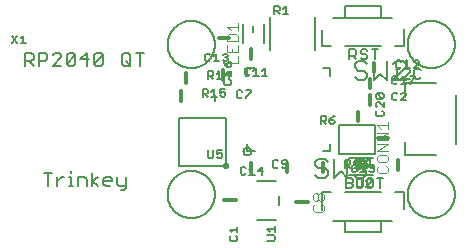
<source format=gbr>
G04 EAGLE Gerber RS-274X export*
G75*
%MOMM*%
%FSLAX34Y34*%
%LPD*%
%INSilkscreen Top*%
%IPPOS*%
%AMOC8*
5,1,8,0,0,1.08239X$1,22.5*%
G01*
%ADD10C,0.152400*%
%ADD11C,0.203200*%
%ADD12C,0.304800*%
%ADD13C,0.076200*%
%ADD14C,0.127000*%
%ADD15R,0.200000X1.000000*%

G36*
X167209Y-42885D02*
X167209Y-42885D01*
X167280Y-42887D01*
X167350Y-42868D01*
X167421Y-42860D01*
X167476Y-42835D01*
X167555Y-42815D01*
X167658Y-42754D01*
X167727Y-42723D01*
X170727Y-40723D01*
X170814Y-40646D01*
X170904Y-40573D01*
X170919Y-40551D01*
X170939Y-40533D01*
X171001Y-40436D01*
X171068Y-40341D01*
X171076Y-40315D01*
X171091Y-40293D01*
X171123Y-40182D01*
X171161Y-40072D01*
X171162Y-40045D01*
X171169Y-40020D01*
X171169Y-39904D01*
X171175Y-39788D01*
X171169Y-39762D01*
X171169Y-39735D01*
X171137Y-39624D01*
X171111Y-39511D01*
X171098Y-39488D01*
X171090Y-39462D01*
X171028Y-39364D01*
X170972Y-39263D01*
X170954Y-39247D01*
X170939Y-39222D01*
X170731Y-39037D01*
X170727Y-39033D01*
X167727Y-37033D01*
X167663Y-37002D01*
X167603Y-36963D01*
X167535Y-36941D01*
X167471Y-36910D01*
X167400Y-36898D01*
X167332Y-36877D01*
X167261Y-36875D01*
X167191Y-36863D01*
X167119Y-36871D01*
X167048Y-36869D01*
X166979Y-36887D01*
X166908Y-36896D01*
X166842Y-36923D01*
X166773Y-36941D01*
X166712Y-36978D01*
X166646Y-37005D01*
X166590Y-37050D01*
X166528Y-37087D01*
X166479Y-37138D01*
X166424Y-37183D01*
X166383Y-37242D01*
X166334Y-37294D01*
X166301Y-37357D01*
X166260Y-37415D01*
X166237Y-37483D01*
X166204Y-37547D01*
X166194Y-37606D01*
X166167Y-37684D01*
X166161Y-37803D01*
X166149Y-37878D01*
X166149Y-41878D01*
X166159Y-41949D01*
X166159Y-42021D01*
X166179Y-42089D01*
X166189Y-42160D01*
X166218Y-42225D01*
X166238Y-42294D01*
X166276Y-42354D01*
X166305Y-42419D01*
X166351Y-42474D01*
X166389Y-42534D01*
X166443Y-42582D01*
X166489Y-42636D01*
X166548Y-42676D01*
X166602Y-42723D01*
X166666Y-42754D01*
X166725Y-42794D01*
X166794Y-42815D01*
X166858Y-42846D01*
X166928Y-42858D01*
X166996Y-42879D01*
X167068Y-42881D01*
X167139Y-42893D01*
X167209Y-42885D01*
G37*
D10*
X156810Y-57912D02*
X156810Y-50031D01*
X160750Y-50031D01*
X162064Y-51345D01*
X162064Y-52658D01*
X160750Y-53972D01*
X162064Y-55285D01*
X162064Y-56599D01*
X160750Y-57912D01*
X156810Y-57912D01*
X156810Y-53972D02*
X160750Y-53972D01*
X166777Y-50031D02*
X169404Y-50031D01*
X166777Y-50031D02*
X165463Y-51345D01*
X165463Y-56599D01*
X166777Y-57912D01*
X169404Y-57912D01*
X170717Y-56599D01*
X170717Y-51345D01*
X169404Y-50031D01*
X175430Y-50031D02*
X178057Y-50031D01*
X175430Y-50031D02*
X174117Y-51345D01*
X174117Y-56599D01*
X175430Y-57912D01*
X178057Y-57912D01*
X179371Y-56599D01*
X179371Y-51345D01*
X178057Y-50031D01*
X185397Y-50031D02*
X185397Y-57912D01*
X182770Y-50031D02*
X188024Y-50031D01*
X159449Y50800D02*
X159449Y59443D01*
X163771Y59443D01*
X165211Y58003D01*
X165211Y55122D01*
X163771Y53681D01*
X159449Y53681D01*
X162330Y53681D02*
X165211Y50800D01*
X173126Y59443D02*
X174567Y58003D01*
X173126Y59443D02*
X170245Y59443D01*
X168804Y58003D01*
X168804Y56562D01*
X170245Y55122D01*
X173126Y55122D01*
X174567Y53681D01*
X174567Y52241D01*
X173126Y50800D01*
X170245Y50800D01*
X168804Y52241D01*
X181041Y50800D02*
X181041Y59443D01*
X178160Y59443D02*
X183922Y59443D01*
D11*
X-115107Y56143D02*
X-115107Y45466D01*
X-115107Y56143D02*
X-109768Y56143D01*
X-107989Y54364D01*
X-107989Y50805D01*
X-109768Y49025D01*
X-115107Y49025D01*
X-111548Y49025D02*
X-107989Y45466D01*
X-103413Y45466D02*
X-103413Y56143D01*
X-98074Y56143D01*
X-96295Y54364D01*
X-96295Y50805D01*
X-98074Y49025D01*
X-103413Y49025D01*
X-91719Y45466D02*
X-84601Y45466D01*
X-91719Y45466D02*
X-84601Y52584D01*
X-84601Y54364D01*
X-86380Y56143D01*
X-89940Y56143D01*
X-91719Y54364D01*
X-80025Y54364D02*
X-80025Y47246D01*
X-80025Y54364D02*
X-78246Y56143D01*
X-74687Y56143D01*
X-72907Y54364D01*
X-72907Y47246D01*
X-74687Y45466D01*
X-78246Y45466D01*
X-80025Y47246D01*
X-72907Y54364D01*
X-62993Y56143D02*
X-62993Y45466D01*
X-68331Y50805D02*
X-62993Y56143D01*
X-61213Y50805D02*
X-68331Y50805D01*
X-56637Y47246D02*
X-56637Y54364D01*
X-54858Y56143D01*
X-51299Y56143D01*
X-49519Y54364D01*
X-49519Y47246D01*
X-51299Y45466D01*
X-54858Y45466D01*
X-56637Y47246D01*
X-49519Y54364D01*
X-33249Y54364D02*
X-33249Y47246D01*
X-33249Y54364D02*
X-31470Y56143D01*
X-27911Y56143D01*
X-26131Y54364D01*
X-26131Y47246D01*
X-27911Y45466D01*
X-31470Y45466D01*
X-33249Y47246D01*
X-29690Y49025D02*
X-26131Y45466D01*
X-17996Y45466D02*
X-17996Y56143D01*
X-21555Y56143D02*
X-14437Y56143D01*
X-95956Y-45457D02*
X-95956Y-56134D01*
X-99515Y-45457D02*
X-92397Y-45457D01*
X-87821Y-49016D02*
X-87821Y-56134D01*
X-87821Y-52575D02*
X-84262Y-49016D01*
X-82482Y-49016D01*
X-78076Y-49016D02*
X-76297Y-49016D01*
X-76297Y-56134D01*
X-78076Y-56134D02*
X-74517Y-56134D01*
X-76297Y-45457D02*
X-76297Y-43677D01*
X-70280Y-49016D02*
X-70280Y-56134D01*
X-70280Y-49016D02*
X-64942Y-49016D01*
X-63162Y-50795D01*
X-63162Y-56134D01*
X-58586Y-56134D02*
X-58586Y-45457D01*
X-58586Y-52575D02*
X-53248Y-56134D01*
X-58586Y-52575D02*
X-53248Y-49016D01*
X-47062Y-56134D02*
X-43503Y-56134D01*
X-47062Y-56134D02*
X-48841Y-54355D01*
X-48841Y-50795D01*
X-47062Y-49016D01*
X-43503Y-49016D01*
X-41723Y-50795D01*
X-41723Y-52575D01*
X-48841Y-52575D01*
X-37147Y-54355D02*
X-37147Y-49016D01*
X-37147Y-54355D02*
X-35368Y-56134D01*
X-30029Y-56134D01*
X-30029Y-57914D02*
X-30029Y-49016D01*
X-30029Y-57914D02*
X-31809Y-59693D01*
X-33588Y-59693D01*
D10*
X198473Y34417D02*
X201355Y34417D01*
X199914Y34417D02*
X199914Y43060D01*
X198473Y43060D02*
X201355Y43060D01*
X204710Y34417D02*
X210472Y34417D01*
X204710Y34417D02*
X210472Y40179D01*
X210472Y41620D01*
X209032Y43060D01*
X206151Y43060D01*
X204710Y41620D01*
X218387Y43060D02*
X219828Y41620D01*
X218387Y43060D02*
X215506Y43060D01*
X214065Y41620D01*
X214065Y35858D01*
X215506Y34417D01*
X218387Y34417D01*
X219828Y35858D01*
D12*
X124460Y-69850D02*
X114300Y-69850D01*
D13*
X128503Y-73476D02*
X130071Y-71909D01*
X128503Y-73476D02*
X128503Y-76612D01*
X130071Y-78179D01*
X136341Y-78179D01*
X137909Y-76612D01*
X137909Y-73476D01*
X136341Y-71909D01*
X130071Y-68824D02*
X128503Y-67257D01*
X128503Y-64121D01*
X130071Y-62554D01*
X131638Y-62554D01*
X133206Y-64121D01*
X134774Y-62554D01*
X136341Y-62554D01*
X137909Y-64121D01*
X137909Y-67257D01*
X136341Y-68824D01*
X134774Y-68824D01*
X133206Y-67257D01*
X131638Y-68824D01*
X130071Y-68824D01*
X133206Y-67257D02*
X133206Y-64121D01*
D12*
X63500Y-68580D02*
X53340Y-68580D01*
D10*
X59008Y-98700D02*
X57906Y-99802D01*
X57906Y-102005D01*
X59008Y-103106D01*
X63414Y-103106D01*
X64516Y-102005D01*
X64516Y-99802D01*
X63414Y-98700D01*
X60110Y-95622D02*
X57906Y-93419D01*
X64516Y-93419D01*
X64516Y-95622D02*
X64516Y-91216D01*
X206460Y-30000D02*
X232460Y-30000D01*
X206460Y-30000D02*
X206460Y-19000D01*
X206460Y19000D02*
X206460Y31000D01*
X232460Y31000D01*
X249460Y21000D02*
X249460Y-21000D01*
D13*
X184241Y-39348D02*
X182673Y-40916D01*
X182673Y-44051D01*
X184241Y-45619D01*
X190511Y-45619D01*
X192079Y-44051D01*
X192079Y-40916D01*
X190511Y-39348D01*
X182673Y-34696D02*
X182673Y-31561D01*
X182673Y-34696D02*
X184241Y-36264D01*
X190511Y-36264D01*
X192079Y-34696D01*
X192079Y-31561D01*
X190511Y-29993D01*
X184241Y-29993D01*
X182673Y-31561D01*
X182673Y-26909D02*
X192079Y-26909D01*
X192079Y-20638D02*
X182673Y-26909D01*
X182673Y-20638D02*
X192079Y-20638D01*
X192079Y-17553D02*
X182673Y-17553D01*
X192079Y-11283D01*
X182673Y-11283D01*
X185808Y-8198D02*
X182673Y-5063D01*
X192079Y-5063D01*
X192079Y-8198D02*
X192079Y-1928D01*
D11*
X96900Y-52080D02*
X80900Y-52080D01*
X80900Y-85080D02*
X96900Y-85080D01*
X99400Y-72580D02*
X99400Y-64580D01*
D10*
X95164Y-102566D02*
X89656Y-102566D01*
X95164Y-102566D02*
X96266Y-101465D01*
X96266Y-99262D01*
X95164Y-98160D01*
X89656Y-98160D01*
X91860Y-95082D02*
X89656Y-92879D01*
X96266Y-92879D01*
X96266Y-95082D02*
X96266Y-90676D01*
X69105Y64390D02*
X69105Y80390D01*
X78105Y79390D02*
X78105Y73890D01*
X87105Y80390D02*
X87105Y64390D01*
D13*
X65024Y47371D02*
X55618Y47371D01*
X65024Y47371D02*
X65024Y53642D01*
X55618Y56726D02*
X55618Y62997D01*
X55618Y56726D02*
X65024Y56726D01*
X65024Y62997D01*
X60321Y59862D02*
X60321Y56726D01*
X55618Y66081D02*
X65024Y66081D01*
X65024Y70784D01*
X63456Y72352D01*
X57186Y72352D01*
X55618Y70784D01*
X55618Y66081D01*
X58753Y75437D02*
X55618Y78572D01*
X65024Y78572D01*
X65024Y75437D02*
X65024Y81707D01*
D14*
X52925Y-39050D02*
X52927Y-38961D01*
X52933Y-38872D01*
X52943Y-38783D01*
X52957Y-38695D01*
X52974Y-38608D01*
X52996Y-38522D01*
X53022Y-38436D01*
X53051Y-38352D01*
X53084Y-38269D01*
X53120Y-38188D01*
X53161Y-38108D01*
X53204Y-38031D01*
X53251Y-37955D01*
X53302Y-37882D01*
X53355Y-37811D01*
X53412Y-37742D01*
X53472Y-37676D01*
X53535Y-37612D01*
X53600Y-37552D01*
X53668Y-37494D01*
X53739Y-37440D01*
X53812Y-37389D01*
X53887Y-37341D01*
X53964Y-37296D01*
X54043Y-37255D01*
X54124Y-37218D01*
X54206Y-37184D01*
X54290Y-37153D01*
X54375Y-37127D01*
X54461Y-37104D01*
X54548Y-37086D01*
X54636Y-37071D01*
X54725Y-37060D01*
X54814Y-37053D01*
X54903Y-37050D01*
X54992Y-37051D01*
X55081Y-37056D01*
X55169Y-37065D01*
X55258Y-37078D01*
X55345Y-37095D01*
X55432Y-37115D01*
X55518Y-37140D01*
X55602Y-37168D01*
X55685Y-37200D01*
X55767Y-37236D01*
X55847Y-37275D01*
X55925Y-37318D01*
X56001Y-37364D01*
X56075Y-37414D01*
X56147Y-37467D01*
X56216Y-37523D01*
X56283Y-37582D01*
X56347Y-37644D01*
X56408Y-37708D01*
X56467Y-37776D01*
X56522Y-37846D01*
X56574Y-37918D01*
X56623Y-37993D01*
X56668Y-38069D01*
X56710Y-38148D01*
X56748Y-38228D01*
X56783Y-38310D01*
X56814Y-38394D01*
X56842Y-38479D01*
X56865Y-38565D01*
X56885Y-38652D01*
X56901Y-38739D01*
X56913Y-38828D01*
X56921Y-38916D01*
X56925Y-39005D01*
X56925Y-39095D01*
X56921Y-39184D01*
X56913Y-39272D01*
X56901Y-39361D01*
X56885Y-39448D01*
X56865Y-39535D01*
X56842Y-39621D01*
X56814Y-39706D01*
X56783Y-39790D01*
X56748Y-39872D01*
X56710Y-39952D01*
X56668Y-40031D01*
X56623Y-40107D01*
X56574Y-40182D01*
X56522Y-40254D01*
X56467Y-40324D01*
X56408Y-40392D01*
X56347Y-40456D01*
X56283Y-40518D01*
X56216Y-40577D01*
X56147Y-40633D01*
X56075Y-40686D01*
X56001Y-40736D01*
X55925Y-40782D01*
X55847Y-40825D01*
X55767Y-40864D01*
X55685Y-40900D01*
X55602Y-40932D01*
X55518Y-40960D01*
X55432Y-40985D01*
X55345Y-41005D01*
X55258Y-41022D01*
X55169Y-41035D01*
X55081Y-41044D01*
X54992Y-41049D01*
X54903Y-41050D01*
X54814Y-41047D01*
X54725Y-41040D01*
X54636Y-41029D01*
X54548Y-41014D01*
X54461Y-40996D01*
X54375Y-40973D01*
X54290Y-40947D01*
X54206Y-40916D01*
X54124Y-40882D01*
X54043Y-40845D01*
X53964Y-40804D01*
X53887Y-40759D01*
X53812Y-40711D01*
X53739Y-40660D01*
X53668Y-40606D01*
X53600Y-40548D01*
X53535Y-40488D01*
X53472Y-40424D01*
X53412Y-40358D01*
X53355Y-40289D01*
X53302Y-40218D01*
X53251Y-40145D01*
X53204Y-40069D01*
X53161Y-39992D01*
X53120Y-39912D01*
X53084Y-39831D01*
X53051Y-39748D01*
X53022Y-39664D01*
X52996Y-39578D01*
X52974Y-39492D01*
X52957Y-39405D01*
X52943Y-39317D01*
X52933Y-39228D01*
X52927Y-39139D01*
X52925Y-39050D01*
X54925Y-39050D02*
X14925Y-39050D01*
X14925Y950D01*
X54925Y950D01*
X54925Y-39050D01*
D10*
X39769Y-31664D02*
X39769Y-26156D01*
X39769Y-31664D02*
X40870Y-32766D01*
X43074Y-32766D01*
X44175Y-31664D01*
X44175Y-26156D01*
X47253Y-26156D02*
X51659Y-26156D01*
X47253Y-26156D02*
X47253Y-29461D01*
X49456Y-28360D01*
X50558Y-28360D01*
X51659Y-29461D01*
X51659Y-31664D01*
X50558Y-32766D01*
X48354Y-32766D01*
X47253Y-31664D01*
D12*
X76200Y-36640D02*
X76200Y-44640D01*
D10*
X98047Y-34538D02*
X99148Y-35640D01*
X98047Y-34538D02*
X95844Y-34538D01*
X94742Y-35640D01*
X94742Y-40046D01*
X95844Y-41148D01*
X98047Y-41148D01*
X99148Y-40046D01*
X102226Y-40046D02*
X103328Y-41148D01*
X105531Y-41148D01*
X106633Y-40046D01*
X106633Y-35640D01*
X105531Y-34538D01*
X103328Y-34538D01*
X102226Y-35640D01*
X102226Y-36742D01*
X103328Y-37843D01*
X106633Y-37843D01*
X69723Y-26872D02*
X69725Y-26756D01*
X69731Y-26641D01*
X69741Y-26525D01*
X69755Y-26410D01*
X69773Y-26296D01*
X69795Y-26182D01*
X69820Y-26069D01*
X69850Y-25957D01*
X69884Y-25847D01*
X69921Y-25737D01*
X69962Y-25629D01*
X70007Y-25522D01*
X70055Y-25417D01*
X70107Y-25313D01*
X70163Y-25212D01*
X70222Y-25112D01*
X70284Y-25015D01*
X70350Y-24919D01*
X70419Y-24826D01*
X70491Y-24736D01*
X70566Y-24648D01*
X70645Y-24563D01*
X70726Y-24480D01*
X70810Y-24400D01*
X70897Y-24323D01*
X70986Y-24250D01*
X71078Y-24179D01*
X71172Y-24112D01*
X71268Y-24048D01*
X71367Y-23987D01*
X71467Y-23930D01*
X71570Y-23876D01*
X71674Y-23825D01*
X71780Y-23779D01*
X71888Y-23736D01*
X71997Y-23697D01*
X72107Y-23661D01*
X72218Y-23630D01*
X72331Y-23602D01*
X72444Y-23578D01*
X72558Y-23558D01*
X72673Y-23542D01*
X72788Y-23530D01*
X72903Y-23522D01*
X73019Y-23518D01*
X73135Y-23518D01*
X73251Y-23522D01*
X73366Y-23530D01*
X73481Y-23542D01*
X73596Y-23558D01*
X73710Y-23578D01*
X73823Y-23602D01*
X73936Y-23630D01*
X74047Y-23661D01*
X74157Y-23697D01*
X74266Y-23736D01*
X74374Y-23779D01*
X74480Y-23825D01*
X74584Y-23876D01*
X74687Y-23930D01*
X74787Y-23987D01*
X74886Y-24048D01*
X74982Y-24112D01*
X75076Y-24179D01*
X75168Y-24250D01*
X75257Y-24323D01*
X75344Y-24400D01*
X75428Y-24480D01*
X75509Y-24563D01*
X75588Y-24648D01*
X75663Y-24736D01*
X75735Y-24826D01*
X75804Y-24919D01*
X75870Y-25015D01*
X75932Y-25112D01*
X75991Y-25212D01*
X76047Y-25313D01*
X76099Y-25417D01*
X76147Y-25522D01*
X76192Y-25629D01*
X76233Y-25737D01*
X76270Y-25847D01*
X76304Y-25957D01*
X76334Y-26069D01*
X76359Y-26182D01*
X76381Y-26296D01*
X76399Y-26410D01*
X76413Y-26525D01*
X76423Y-26641D01*
X76429Y-26756D01*
X76431Y-26872D01*
X76429Y-26988D01*
X76423Y-27103D01*
X76413Y-27219D01*
X76399Y-27334D01*
X76381Y-27448D01*
X76359Y-27562D01*
X76334Y-27675D01*
X76304Y-27787D01*
X76270Y-27897D01*
X76233Y-28007D01*
X76192Y-28115D01*
X76147Y-28222D01*
X76099Y-28327D01*
X76047Y-28431D01*
X75991Y-28532D01*
X75932Y-28632D01*
X75870Y-28729D01*
X75804Y-28825D01*
X75735Y-28918D01*
X75663Y-29008D01*
X75588Y-29096D01*
X75509Y-29181D01*
X75428Y-29264D01*
X75344Y-29344D01*
X75257Y-29421D01*
X75168Y-29494D01*
X75076Y-29565D01*
X74982Y-29632D01*
X74886Y-29696D01*
X74787Y-29757D01*
X74687Y-29814D01*
X74584Y-29868D01*
X74480Y-29919D01*
X74374Y-29965D01*
X74266Y-30008D01*
X74157Y-30047D01*
X74047Y-30083D01*
X73936Y-30114D01*
X73823Y-30142D01*
X73710Y-30166D01*
X73596Y-30186D01*
X73481Y-30202D01*
X73366Y-30214D01*
X73251Y-30222D01*
X73135Y-30226D01*
X73019Y-30226D01*
X72903Y-30222D01*
X72788Y-30214D01*
X72673Y-30202D01*
X72558Y-30186D01*
X72444Y-30166D01*
X72331Y-30142D01*
X72218Y-30114D01*
X72107Y-30083D01*
X71997Y-30047D01*
X71888Y-30008D01*
X71780Y-29965D01*
X71674Y-29919D01*
X71570Y-29868D01*
X71467Y-29814D01*
X71367Y-29757D01*
X71268Y-29696D01*
X71172Y-29632D01*
X71078Y-29565D01*
X70986Y-29494D01*
X70897Y-29421D01*
X70810Y-29344D01*
X70726Y-29264D01*
X70645Y-29181D01*
X70566Y-29096D01*
X70491Y-29008D01*
X70419Y-28918D01*
X70350Y-28825D01*
X70284Y-28729D01*
X70222Y-28632D01*
X70163Y-28532D01*
X70107Y-28431D01*
X70055Y-28327D01*
X70007Y-28222D01*
X69962Y-28115D01*
X69921Y-28007D01*
X69884Y-27897D01*
X69850Y-27787D01*
X69820Y-27675D01*
X69795Y-27562D01*
X69773Y-27448D01*
X69755Y-27334D01*
X69741Y-27219D01*
X69731Y-27103D01*
X69725Y-26988D01*
X69723Y-26872D01*
X73077Y-26872D02*
X79577Y-26872D01*
X73077Y-26872D02*
X73077Y-20872D01*
X73077Y37128D02*
X73077Y43128D01*
X79077Y43128D01*
X143077Y43128D02*
X143077Y37128D01*
X143077Y43128D02*
X137077Y43128D01*
X137077Y-26872D02*
X143077Y-26872D01*
X143077Y-20872D01*
D11*
X45720Y15875D02*
X45720Y20955D01*
D10*
X67567Y24517D02*
X68668Y23415D01*
X67567Y24517D02*
X65364Y24517D01*
X64262Y23415D01*
X64262Y19009D01*
X65364Y17907D01*
X67567Y17907D01*
X68668Y19009D01*
X71746Y24517D02*
X76153Y24517D01*
X76153Y23415D01*
X71746Y19009D01*
X71746Y17907D01*
D12*
X52070Y33465D02*
X52070Y41465D01*
D10*
X73917Y43567D02*
X75018Y42465D01*
X73917Y43567D02*
X71714Y43567D01*
X70612Y42465D01*
X70612Y38059D01*
X71714Y36957D01*
X73917Y36957D01*
X75018Y38059D01*
X78096Y41363D02*
X80299Y43567D01*
X80299Y36957D01*
X78096Y36957D02*
X82503Y36957D01*
X85580Y41363D02*
X87784Y43567D01*
X87784Y36957D01*
X89987Y36957D02*
X85580Y36957D01*
D12*
X180340Y39815D02*
X180340Y47815D01*
D10*
X202187Y49917D02*
X203288Y48815D01*
X202187Y49917D02*
X199984Y49917D01*
X198882Y48815D01*
X198882Y44409D01*
X199984Y43307D01*
X202187Y43307D01*
X203288Y44409D01*
X206366Y47713D02*
X208569Y49917D01*
X208569Y43307D01*
X206366Y43307D02*
X210773Y43307D01*
X213850Y43307D02*
X218257Y43307D01*
X218257Y47713D02*
X213850Y43307D01*
X218257Y47713D02*
X218257Y48815D01*
X217155Y49917D01*
X214952Y49917D01*
X213850Y48815D01*
D12*
X76454Y51245D02*
X76454Y59245D01*
D10*
X41390Y54657D02*
X40288Y55759D01*
X38085Y55759D01*
X36984Y54657D01*
X36984Y50251D01*
X38085Y49149D01*
X40288Y49149D01*
X41390Y50251D01*
X44468Y53555D02*
X46671Y55759D01*
X46671Y49149D01*
X44468Y49149D02*
X48874Y49149D01*
X51952Y54657D02*
X53053Y55759D01*
X55257Y55759D01*
X56358Y54657D01*
X56358Y53555D01*
X55257Y52454D01*
X54155Y52454D01*
X55257Y52454D02*
X56358Y51352D01*
X56358Y50251D01*
X55257Y49149D01*
X53053Y49149D01*
X51952Y50251D01*
D12*
X106680Y-36640D02*
X106680Y-44640D01*
D10*
X71616Y-41228D02*
X70514Y-40126D01*
X68311Y-40126D01*
X67210Y-41228D01*
X67210Y-45634D01*
X68311Y-46736D01*
X70514Y-46736D01*
X71616Y-45634D01*
X74694Y-42330D02*
X76897Y-40126D01*
X76897Y-46736D01*
X74694Y-46736D02*
X79100Y-46736D01*
X85483Y-46736D02*
X85483Y-40126D01*
X82178Y-43431D01*
X86584Y-43431D01*
D12*
X57340Y68580D02*
X49340Y68580D01*
D10*
X53928Y33516D02*
X52826Y32414D01*
X52826Y30211D01*
X53928Y29110D01*
X58334Y29110D01*
X59436Y30211D01*
X59436Y32414D01*
X58334Y33516D01*
X55030Y36594D02*
X52826Y38797D01*
X59436Y38797D01*
X59436Y36594D02*
X59436Y41000D01*
X53928Y46281D02*
X52826Y48484D01*
X53928Y46281D02*
X56131Y44078D01*
X58334Y44078D01*
X59436Y45179D01*
X59436Y47383D01*
X58334Y48484D01*
X57233Y48484D01*
X56131Y47383D01*
X56131Y44078D01*
D12*
X177165Y34480D02*
X177165Y26480D01*
D10*
X199012Y36582D02*
X200113Y35480D01*
X199012Y36582D02*
X196809Y36582D01*
X195707Y35480D01*
X195707Y31074D01*
X196809Y29972D01*
X199012Y29972D01*
X200113Y31074D01*
X203191Y34378D02*
X205394Y36582D01*
X205394Y29972D01*
X203191Y29972D02*
X207598Y29972D01*
X210675Y36582D02*
X215082Y36582D01*
X215082Y35480D01*
X210675Y31074D01*
X210675Y29972D01*
D12*
X20955Y30925D02*
X20955Y38925D01*
D10*
X39497Y41027D02*
X39497Y34417D01*
X39497Y41027D02*
X42802Y41027D01*
X43903Y39925D01*
X43903Y37722D01*
X42802Y36620D01*
X39497Y36620D01*
X41700Y36620D02*
X43903Y34417D01*
X46981Y38823D02*
X49184Y41027D01*
X49184Y34417D01*
X46981Y34417D02*
X51388Y34417D01*
X57770Y34417D02*
X57770Y41027D01*
X54465Y37722D01*
X58872Y37722D01*
D12*
X16510Y23685D02*
X16510Y15685D01*
D10*
X35052Y19177D02*
X35052Y25787D01*
X38357Y25787D01*
X39458Y24685D01*
X39458Y22482D01*
X38357Y21380D01*
X35052Y21380D01*
X37255Y21380D02*
X39458Y19177D01*
X42536Y23583D02*
X44739Y25787D01*
X44739Y19177D01*
X42536Y19177D02*
X46943Y19177D01*
X50020Y25787D02*
X54427Y25787D01*
X50020Y25787D02*
X50020Y22482D01*
X52224Y23583D01*
X53325Y23583D01*
X54427Y22482D01*
X54427Y20279D01*
X53325Y19177D01*
X51122Y19177D01*
X50020Y20279D01*
D12*
X137160Y-36640D02*
X137160Y-44640D01*
D10*
X155702Y-41148D02*
X155702Y-34538D01*
X159007Y-34538D01*
X160108Y-35640D01*
X160108Y-37843D01*
X159007Y-38945D01*
X155702Y-38945D01*
X157905Y-38945D02*
X160108Y-41148D01*
X163186Y-36742D02*
X165389Y-34538D01*
X165389Y-41148D01*
X163186Y-41148D02*
X167593Y-41148D01*
X172874Y-35640D02*
X175077Y-34538D01*
X172874Y-35640D02*
X170670Y-37843D01*
X170670Y-40046D01*
X171772Y-41148D01*
X173975Y-41148D01*
X175077Y-40046D01*
X175077Y-38945D01*
X173975Y-37843D01*
X170670Y-37843D01*
D14*
X180735Y-29645D02*
X150735Y-29645D01*
X150735Y-4645D01*
X180735Y-4645D01*
X180735Y-29645D01*
D10*
X166849Y-33181D02*
X166849Y-34283D01*
X169052Y-36486D01*
X171255Y-34283D01*
X171255Y-33181D01*
X169052Y-36486D02*
X169052Y-39791D01*
X174333Y-35385D02*
X176536Y-33181D01*
X176536Y-39791D01*
X174333Y-39791D02*
X178739Y-39791D01*
D12*
X200660Y-42735D02*
X200660Y-34735D01*
D10*
X165596Y-39323D02*
X164494Y-38221D01*
X162291Y-38221D01*
X161190Y-39323D01*
X161190Y-43729D01*
X162291Y-44831D01*
X164494Y-44831D01*
X165596Y-43729D01*
X168674Y-40425D02*
X170877Y-38221D01*
X170877Y-44831D01*
X168674Y-44831D02*
X173080Y-44831D01*
X176158Y-43729D02*
X177259Y-44831D01*
X179463Y-44831D01*
X180564Y-43729D01*
X180564Y-39323D01*
X179463Y-38221D01*
X177259Y-38221D01*
X176158Y-39323D01*
X176158Y-40425D01*
X177259Y-41526D01*
X180564Y-41526D01*
D12*
X183960Y-15875D02*
X191960Y-15875D01*
D10*
X181858Y5972D02*
X182960Y7073D01*
X181858Y5972D02*
X181858Y3769D01*
X182960Y2667D01*
X187366Y2667D01*
X188468Y3769D01*
X188468Y5972D01*
X187366Y7073D01*
X188468Y10151D02*
X188468Y14558D01*
X184062Y14558D02*
X188468Y10151D01*
X184062Y14558D02*
X182960Y14558D01*
X181858Y13456D01*
X181858Y11253D01*
X182960Y10151D01*
X182960Y17635D02*
X187366Y17635D01*
X182960Y17635D02*
X181858Y18737D01*
X181858Y20940D01*
X182960Y22042D01*
X187366Y22042D01*
X188468Y20940D01*
X188468Y18737D01*
X187366Y17635D01*
X182960Y22042D01*
D12*
X167005Y6540D02*
X167005Y-1460D01*
D10*
X135019Y-3556D02*
X135019Y3054D01*
X138324Y3054D01*
X139425Y1952D01*
X139425Y-251D01*
X138324Y-1353D01*
X135019Y-1353D01*
X137222Y-1353D02*
X139425Y-3556D01*
X144706Y1952D02*
X146909Y3054D01*
X144706Y1952D02*
X142503Y-251D01*
X142503Y-2454D01*
X143604Y-3556D01*
X145808Y-3556D01*
X146909Y-2454D01*
X146909Y-1353D01*
X145808Y-251D01*
X142503Y-251D01*
D11*
X159164Y-46878D02*
X179164Y-46878D01*
X179164Y-32878D02*
X159164Y-32878D01*
X165664Y-43878D02*
X171664Y-39878D01*
X165664Y-43878D02*
X165664Y-35878D01*
X171664Y-39878D01*
D15*
X172664Y-39878D03*
D10*
X165958Y-50634D02*
X165958Y-57244D01*
X169263Y-57244D01*
X170364Y-56142D01*
X170364Y-51736D01*
X169263Y-50634D01*
X165958Y-50634D01*
X173442Y-57244D02*
X177848Y-57244D01*
X173442Y-57244D02*
X177848Y-52838D01*
X177848Y-51736D01*
X176747Y-50634D01*
X174543Y-50634D01*
X173442Y-51736D01*
D12*
X177165Y12510D02*
X177165Y20510D01*
D10*
X199012Y22612D02*
X200113Y21510D01*
X199012Y22612D02*
X196809Y22612D01*
X195707Y21510D01*
X195707Y17104D01*
X196809Y16002D01*
X199012Y16002D01*
X200113Y17104D01*
X203191Y16002D02*
X207598Y16002D01*
X207598Y20408D02*
X203191Y16002D01*
X207598Y20408D02*
X207598Y21510D01*
X206496Y22612D01*
X204293Y22612D01*
X203191Y21510D01*
X-121832Y64262D02*
X-126238Y70872D01*
X-121832Y70872D02*
X-126238Y64262D01*
X-118754Y68668D02*
X-116551Y70872D01*
X-116551Y64262D01*
X-118754Y64262D02*
X-114347Y64262D01*
D11*
X5400Y63500D02*
X5406Y63991D01*
X5424Y64481D01*
X5454Y64971D01*
X5496Y65460D01*
X5550Y65948D01*
X5616Y66435D01*
X5694Y66919D01*
X5784Y67402D01*
X5886Y67882D01*
X5999Y68360D01*
X6124Y68834D01*
X6261Y69306D01*
X6409Y69774D01*
X6569Y70238D01*
X6740Y70698D01*
X6922Y71154D01*
X7116Y71605D01*
X7320Y72051D01*
X7536Y72492D01*
X7762Y72928D01*
X7998Y73358D01*
X8245Y73782D01*
X8503Y74200D01*
X8771Y74611D01*
X9048Y75016D01*
X9336Y75414D01*
X9633Y75805D01*
X9940Y76188D01*
X10256Y76563D01*
X10581Y76931D01*
X10915Y77291D01*
X11258Y77642D01*
X11609Y77985D01*
X11969Y78319D01*
X12337Y78644D01*
X12712Y78960D01*
X13095Y79267D01*
X13486Y79564D01*
X13884Y79852D01*
X14289Y80129D01*
X14700Y80397D01*
X15118Y80655D01*
X15542Y80902D01*
X15972Y81138D01*
X16408Y81364D01*
X16849Y81580D01*
X17295Y81784D01*
X17746Y81978D01*
X18202Y82160D01*
X18662Y82331D01*
X19126Y82491D01*
X19594Y82639D01*
X20066Y82776D01*
X20540Y82901D01*
X21018Y83014D01*
X21498Y83116D01*
X21981Y83206D01*
X22465Y83284D01*
X22952Y83350D01*
X23440Y83404D01*
X23929Y83446D01*
X24419Y83476D01*
X24909Y83494D01*
X25400Y83500D01*
X25891Y83494D01*
X26381Y83476D01*
X26871Y83446D01*
X27360Y83404D01*
X27848Y83350D01*
X28335Y83284D01*
X28819Y83206D01*
X29302Y83116D01*
X29782Y83014D01*
X30260Y82901D01*
X30734Y82776D01*
X31206Y82639D01*
X31674Y82491D01*
X32138Y82331D01*
X32598Y82160D01*
X33054Y81978D01*
X33505Y81784D01*
X33951Y81580D01*
X34392Y81364D01*
X34828Y81138D01*
X35258Y80902D01*
X35682Y80655D01*
X36100Y80397D01*
X36511Y80129D01*
X36916Y79852D01*
X37314Y79564D01*
X37705Y79267D01*
X38088Y78960D01*
X38463Y78644D01*
X38831Y78319D01*
X39191Y77985D01*
X39542Y77642D01*
X39885Y77291D01*
X40219Y76931D01*
X40544Y76563D01*
X40860Y76188D01*
X41167Y75805D01*
X41464Y75414D01*
X41752Y75016D01*
X42029Y74611D01*
X42297Y74200D01*
X42555Y73782D01*
X42802Y73358D01*
X43038Y72928D01*
X43264Y72492D01*
X43480Y72051D01*
X43684Y71605D01*
X43878Y71154D01*
X44060Y70698D01*
X44231Y70238D01*
X44391Y69774D01*
X44539Y69306D01*
X44676Y68834D01*
X44801Y68360D01*
X44914Y67882D01*
X45016Y67402D01*
X45106Y66919D01*
X45184Y66435D01*
X45250Y65948D01*
X45304Y65460D01*
X45346Y64971D01*
X45376Y64481D01*
X45394Y63991D01*
X45400Y63500D01*
X45394Y63009D01*
X45376Y62519D01*
X45346Y62029D01*
X45304Y61540D01*
X45250Y61052D01*
X45184Y60565D01*
X45106Y60081D01*
X45016Y59598D01*
X44914Y59118D01*
X44801Y58640D01*
X44676Y58166D01*
X44539Y57694D01*
X44391Y57226D01*
X44231Y56762D01*
X44060Y56302D01*
X43878Y55846D01*
X43684Y55395D01*
X43480Y54949D01*
X43264Y54508D01*
X43038Y54072D01*
X42802Y53642D01*
X42555Y53218D01*
X42297Y52800D01*
X42029Y52389D01*
X41752Y51984D01*
X41464Y51586D01*
X41167Y51195D01*
X40860Y50812D01*
X40544Y50437D01*
X40219Y50069D01*
X39885Y49709D01*
X39542Y49358D01*
X39191Y49015D01*
X38831Y48681D01*
X38463Y48356D01*
X38088Y48040D01*
X37705Y47733D01*
X37314Y47436D01*
X36916Y47148D01*
X36511Y46871D01*
X36100Y46603D01*
X35682Y46345D01*
X35258Y46098D01*
X34828Y45862D01*
X34392Y45636D01*
X33951Y45420D01*
X33505Y45216D01*
X33054Y45022D01*
X32598Y44840D01*
X32138Y44669D01*
X31674Y44509D01*
X31206Y44361D01*
X30734Y44224D01*
X30260Y44099D01*
X29782Y43986D01*
X29302Y43884D01*
X28819Y43794D01*
X28335Y43716D01*
X27848Y43650D01*
X27360Y43596D01*
X26871Y43554D01*
X26381Y43524D01*
X25891Y43506D01*
X25400Y43500D01*
X24909Y43506D01*
X24419Y43524D01*
X23929Y43554D01*
X23440Y43596D01*
X22952Y43650D01*
X22465Y43716D01*
X21981Y43794D01*
X21498Y43884D01*
X21018Y43986D01*
X20540Y44099D01*
X20066Y44224D01*
X19594Y44361D01*
X19126Y44509D01*
X18662Y44669D01*
X18202Y44840D01*
X17746Y45022D01*
X17295Y45216D01*
X16849Y45420D01*
X16408Y45636D01*
X15972Y45862D01*
X15542Y46098D01*
X15118Y46345D01*
X14700Y46603D01*
X14289Y46871D01*
X13884Y47148D01*
X13486Y47436D01*
X13095Y47733D01*
X12712Y48040D01*
X12337Y48356D01*
X11969Y48681D01*
X11609Y49015D01*
X11258Y49358D01*
X10915Y49709D01*
X10581Y50069D01*
X10256Y50437D01*
X9940Y50812D01*
X9633Y51195D01*
X9336Y51586D01*
X9048Y51984D01*
X8771Y52389D01*
X8503Y52800D01*
X8245Y53218D01*
X7998Y53642D01*
X7762Y54072D01*
X7536Y54508D01*
X7320Y54949D01*
X7116Y55395D01*
X6922Y55846D01*
X6740Y56302D01*
X6569Y56762D01*
X6409Y57226D01*
X6261Y57694D01*
X6124Y58166D01*
X5999Y58640D01*
X5886Y59118D01*
X5784Y59598D01*
X5694Y60081D01*
X5616Y60565D01*
X5550Y61052D01*
X5496Y61540D01*
X5454Y62029D01*
X5424Y62519D01*
X5406Y63009D01*
X5400Y63500D01*
X5400Y-63500D02*
X5406Y-63009D01*
X5424Y-62519D01*
X5454Y-62029D01*
X5496Y-61540D01*
X5550Y-61052D01*
X5616Y-60565D01*
X5694Y-60081D01*
X5784Y-59598D01*
X5886Y-59118D01*
X5999Y-58640D01*
X6124Y-58166D01*
X6261Y-57694D01*
X6409Y-57226D01*
X6569Y-56762D01*
X6740Y-56302D01*
X6922Y-55846D01*
X7116Y-55395D01*
X7320Y-54949D01*
X7536Y-54508D01*
X7762Y-54072D01*
X7998Y-53642D01*
X8245Y-53218D01*
X8503Y-52800D01*
X8771Y-52389D01*
X9048Y-51984D01*
X9336Y-51586D01*
X9633Y-51195D01*
X9940Y-50812D01*
X10256Y-50437D01*
X10581Y-50069D01*
X10915Y-49709D01*
X11258Y-49358D01*
X11609Y-49015D01*
X11969Y-48681D01*
X12337Y-48356D01*
X12712Y-48040D01*
X13095Y-47733D01*
X13486Y-47436D01*
X13884Y-47148D01*
X14289Y-46871D01*
X14700Y-46603D01*
X15118Y-46345D01*
X15542Y-46098D01*
X15972Y-45862D01*
X16408Y-45636D01*
X16849Y-45420D01*
X17295Y-45216D01*
X17746Y-45022D01*
X18202Y-44840D01*
X18662Y-44669D01*
X19126Y-44509D01*
X19594Y-44361D01*
X20066Y-44224D01*
X20540Y-44099D01*
X21018Y-43986D01*
X21498Y-43884D01*
X21981Y-43794D01*
X22465Y-43716D01*
X22952Y-43650D01*
X23440Y-43596D01*
X23929Y-43554D01*
X24419Y-43524D01*
X24909Y-43506D01*
X25400Y-43500D01*
X25891Y-43506D01*
X26381Y-43524D01*
X26871Y-43554D01*
X27360Y-43596D01*
X27848Y-43650D01*
X28335Y-43716D01*
X28819Y-43794D01*
X29302Y-43884D01*
X29782Y-43986D01*
X30260Y-44099D01*
X30734Y-44224D01*
X31206Y-44361D01*
X31674Y-44509D01*
X32138Y-44669D01*
X32598Y-44840D01*
X33054Y-45022D01*
X33505Y-45216D01*
X33951Y-45420D01*
X34392Y-45636D01*
X34828Y-45862D01*
X35258Y-46098D01*
X35682Y-46345D01*
X36100Y-46603D01*
X36511Y-46871D01*
X36916Y-47148D01*
X37314Y-47436D01*
X37705Y-47733D01*
X38088Y-48040D01*
X38463Y-48356D01*
X38831Y-48681D01*
X39191Y-49015D01*
X39542Y-49358D01*
X39885Y-49709D01*
X40219Y-50069D01*
X40544Y-50437D01*
X40860Y-50812D01*
X41167Y-51195D01*
X41464Y-51586D01*
X41752Y-51984D01*
X42029Y-52389D01*
X42297Y-52800D01*
X42555Y-53218D01*
X42802Y-53642D01*
X43038Y-54072D01*
X43264Y-54508D01*
X43480Y-54949D01*
X43684Y-55395D01*
X43878Y-55846D01*
X44060Y-56302D01*
X44231Y-56762D01*
X44391Y-57226D01*
X44539Y-57694D01*
X44676Y-58166D01*
X44801Y-58640D01*
X44914Y-59118D01*
X45016Y-59598D01*
X45106Y-60081D01*
X45184Y-60565D01*
X45250Y-61052D01*
X45304Y-61540D01*
X45346Y-62029D01*
X45376Y-62519D01*
X45394Y-63009D01*
X45400Y-63500D01*
X45394Y-63991D01*
X45376Y-64481D01*
X45346Y-64971D01*
X45304Y-65460D01*
X45250Y-65948D01*
X45184Y-66435D01*
X45106Y-66919D01*
X45016Y-67402D01*
X44914Y-67882D01*
X44801Y-68360D01*
X44676Y-68834D01*
X44539Y-69306D01*
X44391Y-69774D01*
X44231Y-70238D01*
X44060Y-70698D01*
X43878Y-71154D01*
X43684Y-71605D01*
X43480Y-72051D01*
X43264Y-72492D01*
X43038Y-72928D01*
X42802Y-73358D01*
X42555Y-73782D01*
X42297Y-74200D01*
X42029Y-74611D01*
X41752Y-75016D01*
X41464Y-75414D01*
X41167Y-75805D01*
X40860Y-76188D01*
X40544Y-76563D01*
X40219Y-76931D01*
X39885Y-77291D01*
X39542Y-77642D01*
X39191Y-77985D01*
X38831Y-78319D01*
X38463Y-78644D01*
X38088Y-78960D01*
X37705Y-79267D01*
X37314Y-79564D01*
X36916Y-79852D01*
X36511Y-80129D01*
X36100Y-80397D01*
X35682Y-80655D01*
X35258Y-80902D01*
X34828Y-81138D01*
X34392Y-81364D01*
X33951Y-81580D01*
X33505Y-81784D01*
X33054Y-81978D01*
X32598Y-82160D01*
X32138Y-82331D01*
X31674Y-82491D01*
X31206Y-82639D01*
X30734Y-82776D01*
X30260Y-82901D01*
X29782Y-83014D01*
X29302Y-83116D01*
X28819Y-83206D01*
X28335Y-83284D01*
X27848Y-83350D01*
X27360Y-83404D01*
X26871Y-83446D01*
X26381Y-83476D01*
X25891Y-83494D01*
X25400Y-83500D01*
X24909Y-83494D01*
X24419Y-83476D01*
X23929Y-83446D01*
X23440Y-83404D01*
X22952Y-83350D01*
X22465Y-83284D01*
X21981Y-83206D01*
X21498Y-83116D01*
X21018Y-83014D01*
X20540Y-82901D01*
X20066Y-82776D01*
X19594Y-82639D01*
X19126Y-82491D01*
X18662Y-82331D01*
X18202Y-82160D01*
X17746Y-81978D01*
X17295Y-81784D01*
X16849Y-81580D01*
X16408Y-81364D01*
X15972Y-81138D01*
X15542Y-80902D01*
X15118Y-80655D01*
X14700Y-80397D01*
X14289Y-80129D01*
X13884Y-79852D01*
X13486Y-79564D01*
X13095Y-79267D01*
X12712Y-78960D01*
X12337Y-78644D01*
X11969Y-78319D01*
X11609Y-77985D01*
X11258Y-77642D01*
X10915Y-77291D01*
X10581Y-76931D01*
X10256Y-76563D01*
X9940Y-76188D01*
X9633Y-75805D01*
X9336Y-75414D01*
X9048Y-75016D01*
X8771Y-74611D01*
X8503Y-74200D01*
X8245Y-73782D01*
X7998Y-73358D01*
X7762Y-72928D01*
X7536Y-72492D01*
X7320Y-72051D01*
X7116Y-71605D01*
X6922Y-71154D01*
X6740Y-70698D01*
X6569Y-70238D01*
X6409Y-69774D01*
X6261Y-69306D01*
X6124Y-68834D01*
X5999Y-68360D01*
X5886Y-67882D01*
X5784Y-67402D01*
X5694Y-66919D01*
X5616Y-66435D01*
X5550Y-65948D01*
X5496Y-65460D01*
X5454Y-64971D01*
X5424Y-64481D01*
X5406Y-63991D01*
X5400Y-63500D01*
X208600Y-63500D02*
X208606Y-63009D01*
X208624Y-62519D01*
X208654Y-62029D01*
X208696Y-61540D01*
X208750Y-61052D01*
X208816Y-60565D01*
X208894Y-60081D01*
X208984Y-59598D01*
X209086Y-59118D01*
X209199Y-58640D01*
X209324Y-58166D01*
X209461Y-57694D01*
X209609Y-57226D01*
X209769Y-56762D01*
X209940Y-56302D01*
X210122Y-55846D01*
X210316Y-55395D01*
X210520Y-54949D01*
X210736Y-54508D01*
X210962Y-54072D01*
X211198Y-53642D01*
X211445Y-53218D01*
X211703Y-52800D01*
X211971Y-52389D01*
X212248Y-51984D01*
X212536Y-51586D01*
X212833Y-51195D01*
X213140Y-50812D01*
X213456Y-50437D01*
X213781Y-50069D01*
X214115Y-49709D01*
X214458Y-49358D01*
X214809Y-49015D01*
X215169Y-48681D01*
X215537Y-48356D01*
X215912Y-48040D01*
X216295Y-47733D01*
X216686Y-47436D01*
X217084Y-47148D01*
X217489Y-46871D01*
X217900Y-46603D01*
X218318Y-46345D01*
X218742Y-46098D01*
X219172Y-45862D01*
X219608Y-45636D01*
X220049Y-45420D01*
X220495Y-45216D01*
X220946Y-45022D01*
X221402Y-44840D01*
X221862Y-44669D01*
X222326Y-44509D01*
X222794Y-44361D01*
X223266Y-44224D01*
X223740Y-44099D01*
X224218Y-43986D01*
X224698Y-43884D01*
X225181Y-43794D01*
X225665Y-43716D01*
X226152Y-43650D01*
X226640Y-43596D01*
X227129Y-43554D01*
X227619Y-43524D01*
X228109Y-43506D01*
X228600Y-43500D01*
X229091Y-43506D01*
X229581Y-43524D01*
X230071Y-43554D01*
X230560Y-43596D01*
X231048Y-43650D01*
X231535Y-43716D01*
X232019Y-43794D01*
X232502Y-43884D01*
X232982Y-43986D01*
X233460Y-44099D01*
X233934Y-44224D01*
X234406Y-44361D01*
X234874Y-44509D01*
X235338Y-44669D01*
X235798Y-44840D01*
X236254Y-45022D01*
X236705Y-45216D01*
X237151Y-45420D01*
X237592Y-45636D01*
X238028Y-45862D01*
X238458Y-46098D01*
X238882Y-46345D01*
X239300Y-46603D01*
X239711Y-46871D01*
X240116Y-47148D01*
X240514Y-47436D01*
X240905Y-47733D01*
X241288Y-48040D01*
X241663Y-48356D01*
X242031Y-48681D01*
X242391Y-49015D01*
X242742Y-49358D01*
X243085Y-49709D01*
X243419Y-50069D01*
X243744Y-50437D01*
X244060Y-50812D01*
X244367Y-51195D01*
X244664Y-51586D01*
X244952Y-51984D01*
X245229Y-52389D01*
X245497Y-52800D01*
X245755Y-53218D01*
X246002Y-53642D01*
X246238Y-54072D01*
X246464Y-54508D01*
X246680Y-54949D01*
X246884Y-55395D01*
X247078Y-55846D01*
X247260Y-56302D01*
X247431Y-56762D01*
X247591Y-57226D01*
X247739Y-57694D01*
X247876Y-58166D01*
X248001Y-58640D01*
X248114Y-59118D01*
X248216Y-59598D01*
X248306Y-60081D01*
X248384Y-60565D01*
X248450Y-61052D01*
X248504Y-61540D01*
X248546Y-62029D01*
X248576Y-62519D01*
X248594Y-63009D01*
X248600Y-63500D01*
X248594Y-63991D01*
X248576Y-64481D01*
X248546Y-64971D01*
X248504Y-65460D01*
X248450Y-65948D01*
X248384Y-66435D01*
X248306Y-66919D01*
X248216Y-67402D01*
X248114Y-67882D01*
X248001Y-68360D01*
X247876Y-68834D01*
X247739Y-69306D01*
X247591Y-69774D01*
X247431Y-70238D01*
X247260Y-70698D01*
X247078Y-71154D01*
X246884Y-71605D01*
X246680Y-72051D01*
X246464Y-72492D01*
X246238Y-72928D01*
X246002Y-73358D01*
X245755Y-73782D01*
X245497Y-74200D01*
X245229Y-74611D01*
X244952Y-75016D01*
X244664Y-75414D01*
X244367Y-75805D01*
X244060Y-76188D01*
X243744Y-76563D01*
X243419Y-76931D01*
X243085Y-77291D01*
X242742Y-77642D01*
X242391Y-77985D01*
X242031Y-78319D01*
X241663Y-78644D01*
X241288Y-78960D01*
X240905Y-79267D01*
X240514Y-79564D01*
X240116Y-79852D01*
X239711Y-80129D01*
X239300Y-80397D01*
X238882Y-80655D01*
X238458Y-80902D01*
X238028Y-81138D01*
X237592Y-81364D01*
X237151Y-81580D01*
X236705Y-81784D01*
X236254Y-81978D01*
X235798Y-82160D01*
X235338Y-82331D01*
X234874Y-82491D01*
X234406Y-82639D01*
X233934Y-82776D01*
X233460Y-82901D01*
X232982Y-83014D01*
X232502Y-83116D01*
X232019Y-83206D01*
X231535Y-83284D01*
X231048Y-83350D01*
X230560Y-83404D01*
X230071Y-83446D01*
X229581Y-83476D01*
X229091Y-83494D01*
X228600Y-83500D01*
X228109Y-83494D01*
X227619Y-83476D01*
X227129Y-83446D01*
X226640Y-83404D01*
X226152Y-83350D01*
X225665Y-83284D01*
X225181Y-83206D01*
X224698Y-83116D01*
X224218Y-83014D01*
X223740Y-82901D01*
X223266Y-82776D01*
X222794Y-82639D01*
X222326Y-82491D01*
X221862Y-82331D01*
X221402Y-82160D01*
X220946Y-81978D01*
X220495Y-81784D01*
X220049Y-81580D01*
X219608Y-81364D01*
X219172Y-81138D01*
X218742Y-80902D01*
X218318Y-80655D01*
X217900Y-80397D01*
X217489Y-80129D01*
X217084Y-79852D01*
X216686Y-79564D01*
X216295Y-79267D01*
X215912Y-78960D01*
X215537Y-78644D01*
X215169Y-78319D01*
X214809Y-77985D01*
X214458Y-77642D01*
X214115Y-77291D01*
X213781Y-76931D01*
X213456Y-76563D01*
X213140Y-76188D01*
X212833Y-75805D01*
X212536Y-75414D01*
X212248Y-75016D01*
X211971Y-74611D01*
X211703Y-74200D01*
X211445Y-73782D01*
X211198Y-73358D01*
X210962Y-72928D01*
X210736Y-72492D01*
X210520Y-72051D01*
X210316Y-71605D01*
X210122Y-71154D01*
X209940Y-70698D01*
X209769Y-70238D01*
X209609Y-69774D01*
X209461Y-69306D01*
X209324Y-68834D01*
X209199Y-68360D01*
X209086Y-67882D01*
X208984Y-67402D01*
X208894Y-66919D01*
X208816Y-66435D01*
X208750Y-65948D01*
X208696Y-65460D01*
X208654Y-64971D01*
X208624Y-64481D01*
X208606Y-63991D01*
X208600Y-63500D01*
X208600Y63500D02*
X208606Y63991D01*
X208624Y64481D01*
X208654Y64971D01*
X208696Y65460D01*
X208750Y65948D01*
X208816Y66435D01*
X208894Y66919D01*
X208984Y67402D01*
X209086Y67882D01*
X209199Y68360D01*
X209324Y68834D01*
X209461Y69306D01*
X209609Y69774D01*
X209769Y70238D01*
X209940Y70698D01*
X210122Y71154D01*
X210316Y71605D01*
X210520Y72051D01*
X210736Y72492D01*
X210962Y72928D01*
X211198Y73358D01*
X211445Y73782D01*
X211703Y74200D01*
X211971Y74611D01*
X212248Y75016D01*
X212536Y75414D01*
X212833Y75805D01*
X213140Y76188D01*
X213456Y76563D01*
X213781Y76931D01*
X214115Y77291D01*
X214458Y77642D01*
X214809Y77985D01*
X215169Y78319D01*
X215537Y78644D01*
X215912Y78960D01*
X216295Y79267D01*
X216686Y79564D01*
X217084Y79852D01*
X217489Y80129D01*
X217900Y80397D01*
X218318Y80655D01*
X218742Y80902D01*
X219172Y81138D01*
X219608Y81364D01*
X220049Y81580D01*
X220495Y81784D01*
X220946Y81978D01*
X221402Y82160D01*
X221862Y82331D01*
X222326Y82491D01*
X222794Y82639D01*
X223266Y82776D01*
X223740Y82901D01*
X224218Y83014D01*
X224698Y83116D01*
X225181Y83206D01*
X225665Y83284D01*
X226152Y83350D01*
X226640Y83404D01*
X227129Y83446D01*
X227619Y83476D01*
X228109Y83494D01*
X228600Y83500D01*
X229091Y83494D01*
X229581Y83476D01*
X230071Y83446D01*
X230560Y83404D01*
X231048Y83350D01*
X231535Y83284D01*
X232019Y83206D01*
X232502Y83116D01*
X232982Y83014D01*
X233460Y82901D01*
X233934Y82776D01*
X234406Y82639D01*
X234874Y82491D01*
X235338Y82331D01*
X235798Y82160D01*
X236254Y81978D01*
X236705Y81784D01*
X237151Y81580D01*
X237592Y81364D01*
X238028Y81138D01*
X238458Y80902D01*
X238882Y80655D01*
X239300Y80397D01*
X239711Y80129D01*
X240116Y79852D01*
X240514Y79564D01*
X240905Y79267D01*
X241288Y78960D01*
X241663Y78644D01*
X242031Y78319D01*
X242391Y77985D01*
X242742Y77642D01*
X243085Y77291D01*
X243419Y76931D01*
X243744Y76563D01*
X244060Y76188D01*
X244367Y75805D01*
X244664Y75414D01*
X244952Y75016D01*
X245229Y74611D01*
X245497Y74200D01*
X245755Y73782D01*
X246002Y73358D01*
X246238Y72928D01*
X246464Y72492D01*
X246680Y72051D01*
X246884Y71605D01*
X247078Y71154D01*
X247260Y70698D01*
X247431Y70238D01*
X247591Y69774D01*
X247739Y69306D01*
X247876Y68834D01*
X248001Y68360D01*
X248114Y67882D01*
X248216Y67402D01*
X248306Y66919D01*
X248384Y66435D01*
X248450Y65948D01*
X248504Y65460D01*
X248546Y64971D01*
X248576Y64481D01*
X248594Y63991D01*
X248600Y63500D01*
X248594Y63009D01*
X248576Y62519D01*
X248546Y62029D01*
X248504Y61540D01*
X248450Y61052D01*
X248384Y60565D01*
X248306Y60081D01*
X248216Y59598D01*
X248114Y59118D01*
X248001Y58640D01*
X247876Y58166D01*
X247739Y57694D01*
X247591Y57226D01*
X247431Y56762D01*
X247260Y56302D01*
X247078Y55846D01*
X246884Y55395D01*
X246680Y54949D01*
X246464Y54508D01*
X246238Y54072D01*
X246002Y53642D01*
X245755Y53218D01*
X245497Y52800D01*
X245229Y52389D01*
X244952Y51984D01*
X244664Y51586D01*
X244367Y51195D01*
X244060Y50812D01*
X243744Y50437D01*
X243419Y50069D01*
X243085Y49709D01*
X242742Y49358D01*
X242391Y49015D01*
X242031Y48681D01*
X241663Y48356D01*
X241288Y48040D01*
X240905Y47733D01*
X240514Y47436D01*
X240116Y47148D01*
X239711Y46871D01*
X239300Y46603D01*
X238882Y46345D01*
X238458Y46098D01*
X238028Y45862D01*
X237592Y45636D01*
X237151Y45420D01*
X236705Y45216D01*
X236254Y45022D01*
X235798Y44840D01*
X235338Y44669D01*
X234874Y44509D01*
X234406Y44361D01*
X233934Y44224D01*
X233460Y44099D01*
X232982Y43986D01*
X232502Y43884D01*
X232019Y43794D01*
X231535Y43716D01*
X231048Y43650D01*
X230560Y43596D01*
X230071Y43554D01*
X229581Y43524D01*
X229091Y43506D01*
X228600Y43500D01*
X228109Y43506D01*
X227619Y43524D01*
X227129Y43554D01*
X226640Y43596D01*
X226152Y43650D01*
X225665Y43716D01*
X225181Y43794D01*
X224698Y43884D01*
X224218Y43986D01*
X223740Y44099D01*
X223266Y44224D01*
X222794Y44361D01*
X222326Y44509D01*
X221862Y44669D01*
X221402Y44840D01*
X220946Y45022D01*
X220495Y45216D01*
X220049Y45420D01*
X219608Y45636D01*
X219172Y45862D01*
X218742Y46098D01*
X218318Y46345D01*
X217900Y46603D01*
X217489Y46871D01*
X217084Y47148D01*
X216686Y47436D01*
X216295Y47733D01*
X215912Y48040D01*
X215537Y48356D01*
X215169Y48681D01*
X214809Y49015D01*
X214458Y49358D01*
X214115Y49709D01*
X213781Y50069D01*
X213456Y50437D01*
X213140Y50812D01*
X212833Y51195D01*
X212536Y51586D01*
X212248Y51984D01*
X211971Y52389D01*
X211703Y52800D01*
X211445Y53218D01*
X211198Y53642D01*
X210962Y54072D01*
X210736Y54508D01*
X210520Y54949D01*
X210316Y55395D01*
X210122Y55846D01*
X209940Y56302D01*
X209769Y56762D01*
X209609Y57226D01*
X209461Y57694D01*
X209324Y58166D01*
X209199Y58640D01*
X209086Y59118D01*
X208984Y59598D01*
X208894Y60081D01*
X208816Y60565D01*
X208750Y61052D01*
X208696Y61540D01*
X208654Y62029D01*
X208624Y62519D01*
X208606Y63009D01*
X208600Y63500D01*
X130125Y58390D02*
X130125Y86390D01*
X92125Y86390D02*
X92125Y58390D01*
D10*
X95887Y89152D02*
X95887Y95762D01*
X99192Y95762D01*
X100293Y94660D01*
X100293Y92457D01*
X99192Y91355D01*
X95887Y91355D01*
X98090Y91355D02*
X100293Y89152D01*
X103371Y93558D02*
X105574Y95762D01*
X105574Y89152D01*
X103371Y89152D02*
X107778Y89152D01*
X135815Y-61755D02*
X135815Y-76755D01*
X135815Y-61755D02*
X143815Y-61755D01*
X155815Y-61755D02*
X185815Y-61755D01*
X197815Y-61755D02*
X205815Y-61755D01*
X205815Y-75755D01*
X155815Y-85755D02*
X145815Y-85755D01*
X155815Y-85755D02*
X185815Y-85755D01*
X195815Y-85755D01*
X155815Y-85755D02*
X155815Y-95755D01*
X185815Y-95755D01*
X185815Y-85755D01*
X141114Y-35945D02*
X138402Y-33233D01*
X132979Y-33233D01*
X130267Y-35945D01*
X130267Y-38656D01*
X132979Y-41368D01*
X138402Y-41368D01*
X141114Y-44080D01*
X141114Y-46791D01*
X138402Y-49503D01*
X132979Y-49503D01*
X130267Y-46791D01*
X146639Y-49503D02*
X146639Y-33233D01*
X152062Y-44080D02*
X146639Y-49503D01*
X152062Y-44080D02*
X157485Y-49503D01*
X157485Y-33233D01*
X163010Y-35945D02*
X165722Y-33233D01*
X171145Y-33233D01*
X173857Y-35945D01*
X173857Y-38656D01*
X171145Y-41368D01*
X168433Y-41368D01*
X171145Y-41368D02*
X173857Y-44080D01*
X173857Y-46791D01*
X171145Y-49503D01*
X165722Y-49503D01*
X163010Y-46791D01*
X205815Y61755D02*
X205815Y76755D01*
X205815Y61755D02*
X197815Y61755D01*
X185815Y61755D02*
X155815Y61755D01*
X143815Y61755D02*
X135815Y61755D01*
X135815Y75755D01*
X185815Y85755D02*
X195815Y85755D01*
X185815Y85755D02*
X155815Y85755D01*
X145815Y85755D01*
X185815Y85755D02*
X185815Y95755D01*
X155815Y95755D01*
X155815Y85755D01*
X171907Y49517D02*
X174619Y46805D01*
X171907Y49517D02*
X166484Y49517D01*
X163772Y46805D01*
X163772Y44094D01*
X166484Y41382D01*
X171907Y41382D01*
X174619Y38670D01*
X174619Y35959D01*
X171907Y33247D01*
X166484Y33247D01*
X163772Y35959D01*
X180144Y33247D02*
X180144Y49517D01*
X185567Y38670D02*
X180144Y33247D01*
X185567Y38670D02*
X190990Y33247D01*
X190990Y49517D01*
X196515Y33247D02*
X207362Y33247D01*
X196515Y33247D02*
X207362Y44094D01*
X207362Y46805D01*
X204650Y49517D01*
X199227Y49517D01*
X196515Y46805D01*
M02*

</source>
